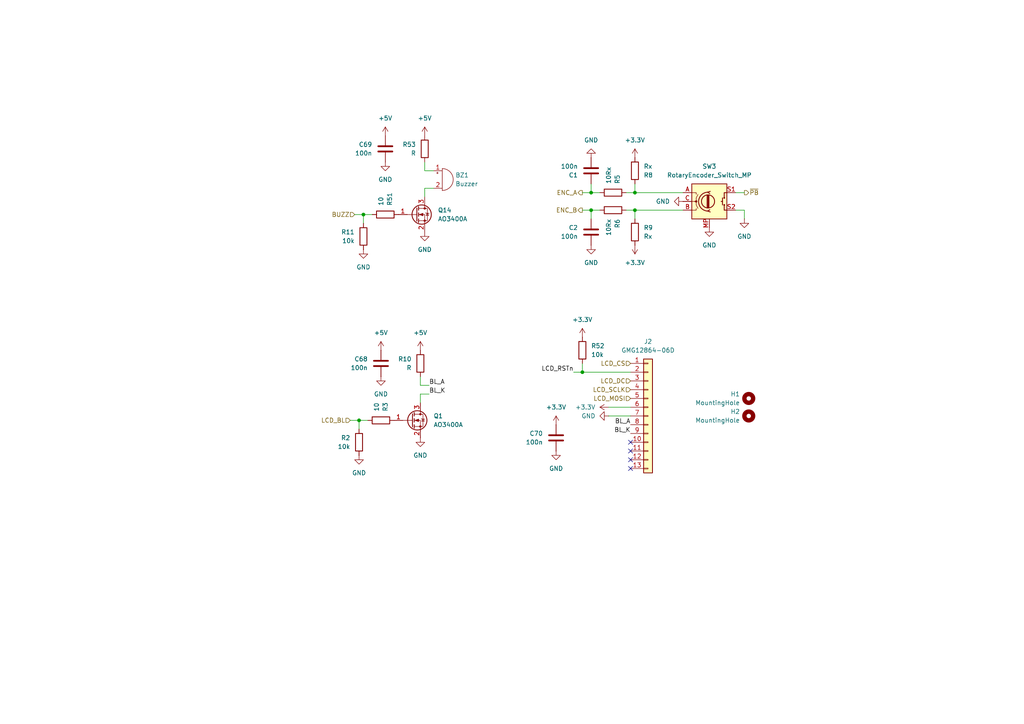
<source format=kicad_sch>
(kicad_sch (version 20250114) (generator "eeschema") (generator_version "9.0")
  (paper "A4")
  (title_block (title "Beerpak") (company "©2024 Luca Anastasio"))
  (lib_symbols
    (symbol "Connector_Generic:Conn_01x13" (pin_names (offset 1.016) (hide yes))
      (property "Reference" "J" (at 0 17.78 0))
      (property "Value" "Conn_01x13" (at 0 -17.78 0))
      (symbol "Conn_01x13_1_1"
        (rectangle (start -1.27 16.51) (end 1.27 -16.51) (stroke (width 0.254)) (fill (type background)))
        (rectangle (start -1.27 15.367) (end 0 15.113) (stroke (width 0.1524)))
        (rectangle (start -1.27 12.827) (end 0 12.573) (stroke (width 0.1524)))
        (rectangle (start -1.27 10.287) (end 0 10.033) (stroke (width 0.1524)))
        (rectangle (start -1.27 7.747) (end 0 7.493) (stroke (width 0.1524)))
        (rectangle (start -1.27 5.207) (end 0 4.953) (stroke (width 0.1524)))
        (rectangle (start -1.27 2.667) (end 0 2.413) (stroke (width 0.1524)))
        (rectangle (start -1.27 0.127) (end 0 -0.127) (stroke (width 0.1524)))
        (rectangle (start -1.27 -2.413) (end 0 -2.667) (stroke (width 0.1524)))
        (rectangle (start -1.27 -4.953) (end 0 -5.207) (stroke (width 0.1524)))
        (rectangle (start -1.27 -7.493) (end 0 -7.747) (stroke (width 0.1524)))
        (rectangle (start -1.27 -10.033) (end 0 -10.287) (stroke (width 0.1524)))
        (rectangle (start -1.27 -12.573) (end 0 -12.827) (stroke (width 0.1524)))
        (rectangle (start -1.27 -15.113) (end 0 -15.367) (stroke (width 0.1524)))
        (pin passive line (at -5.08 15.24 0) (length 3.81) (name "Pin_1") (number "1"))
        (pin passive line (at -5.08 12.7 0) (length 3.81) (name "Pin_2") (number "2"))
        (pin passive line (at -5.08 10.16 0) (length 3.81) (name "Pin_3") (number "3"))
        (pin passive line (at -5.08 7.62 0) (length 3.81) (name "Pin_4") (number "4"))
        (pin passive line (at -5.08 5.08 0) (length 3.81) (name "Pin_5") (number "5"))
        (pin passive line (at -5.08 2.54 0) (length 3.81) (name "Pin_6") (number "6"))
        (pin passive line (at -5.08 0 0) (length 3.81) (name "Pin_7") (number "7"))
        (pin passive line (at -5.08 -2.54 0) (length 3.81) (name "Pin_8") (number "8"))
        (pin passive line (at -5.08 -5.08 0) (length 3.81) (name "Pin_9") (number "9"))
        (pin passive line (at -5.08 -7.62 0) (length 3.81) (name "Pin_10") (number "10"))
        (pin passive line (at -5.08 -10.16 0) (length 3.81) (name "Pin_11") (number "11"))
        (pin passive line (at -5.08 -12.7 0) (length 3.81) (name "Pin_12") (number "12"))
        (pin passive line (at -5.08 -15.24 0) (length 3.81) (name "Pin_13") (number "13"))
      )
    )
    (symbol "Device:Buzzer" (pin_names (offset 0.0254) (hide yes))
      (property "Reference" "BZ" (at 3.81 1.27 0))
      (property "Value" "Buzzer" (at 3.81 -1.27 0))
      (symbol "Buzzer_0_1"
        (polyline (pts (xy -1.651 1.905) (xy -1.143 1.905)))
        (polyline (pts (xy -1.397 2.159) (xy -1.397 1.651)))
        (arc (start 0 3.175) (mid 3.1612 0) (end 0 -3.175))
        (polyline (pts (xy 0 3.175) (xy 0 -3.175)))
      )
      (symbol "Buzzer_1_1"
        (pin passive line (at -2.54 2.54 0) (length 2.54) (name "+") (number "1"))
        (pin passive line (at -2.54 -2.54 0) (length 2.54) (name "-") (number "2"))
      )
    )
    (symbol "Device:C" (pin_numbers (hide yes)) (pin_names (offset 0.254))
      (property "Reference" "C" (at 0.635 2.54 0))
      (property "Value" "C" (at 0.635 -2.54 0))
      (symbol "C_0_1"
        (polyline (pts (xy -2.032 0.762) (xy 2.032 0.762)) (stroke (width 0.508)))
        (polyline (pts (xy -2.032 -0.762) (xy 2.032 -0.762)) (stroke (width 0.508)))
      )
      (symbol "C_1_1"
        (pin passive line (at 0 3.81 270) (length 2.794) (name "~") (number "1"))
        (pin passive line (at 0 -3.81 90) (length 2.794) (name "~") (number "2"))
      )
    )
    (symbol "Device:R" (pin_numbers (hide yes)) (pin_names (offset 0))
      (property "Reference" "R" (at 2.032 0 90))
      (property "Value" "R" (at 0 0 90))
      (symbol "R_0_1"
        (rectangle (start -1.016 -2.54) (end 1.016 2.54) (stroke (width 0.254)))
      )
      (symbol "R_1_1"
        (pin passive line (at 0 3.81 270) (length 1.27) (name "~") (number "1"))
        (pin passive line (at 0 -3.81 90) (length 1.27) (name "~") (number "2"))
      )
    )
    (symbol "Device:RotaryEncoder_Switch_MP" (pin_names (offset 0.254) (hide yes))
      (property "Reference" "SW" (at 0 8.89 0))
      (property "Value" "RotaryEncoder_Switch_MP" (at 0 6.35 0))
      (symbol "RotaryEncoder_Switch_MP_0_1"
        (rectangle (start -5.08 5.08) (end 5.08 -5.08) (stroke (width 0.254)) (fill (type background)))
        (polyline (pts (xy -5.08 2.54) (xy -3.81 2.54) (xy -3.81 2.032)))
        (polyline (pts (xy -5.08 0) (xy -3.81 0) (xy -3.81 -1.016) (xy -3.302 -2.032)))
        (polyline (pts (xy -5.08 -2.54) (xy -3.81 -2.54) (xy -3.81 -2.032)))
        (polyline (pts (xy -4.318 0) (xy -3.81 0) (xy -3.81 1.016) (xy -3.302 2.032)))
        (circle (center -3.81 0) (radius 0.254) (fill (type outline)))
        (polyline (pts (xy -0.635 -1.778) (xy -0.635 1.778)) (stroke (width 0.254)))
        (circle (center -0.381 0) (radius 1.905) (stroke (width 0.254)))
        (polyline (pts (xy -0.381 -1.778) (xy -0.381 1.778)) (stroke (width 0.254)))
        (arc (start -0.381 -2.794) (mid -3.0988 -0.0635) (end -0.381 2.667) (stroke (width 0.254)))
        (polyline (pts (xy -0.127 1.778) (xy -0.127 -1.778)) (stroke (width 0.254)))
        (polyline (pts (xy 0.254 2.921) (xy -0.508 2.667) (xy 0.127 2.286)) (stroke (width 0.254)))
        (polyline (pts (xy 0.254 -3.048) (xy -0.508 -2.794) (xy 0.127 -2.413)) (stroke (width 0.254)))
        (polyline (pts (xy 3.81 1.016) (xy 3.81 -1.016)) (stroke (width 0.254)))
        (polyline (pts (xy 3.81 0) (xy 3.429 0)) (stroke (width 0.254)))
        (circle (center 4.318 1.016) (radius 0.127) (stroke (width 0.254)))
        (circle (center 4.318 -1.016) (radius 0.127) (stroke (width 0.254)))
        (polyline (pts (xy 5.08 2.54) (xy 4.318 2.54) (xy 4.318 1.016)) (stroke (width 0.254)))
        (polyline (pts (xy 5.08 -2.54) (xy 4.318 -2.54) (xy 4.318 -1.016)) (stroke (width 0.254)))
      )
      (symbol "RotaryEncoder_Switch_MP_1_1"
        (pin passive line (at -7.62 2.54 0) (length 2.54) (name "A") (number "A"))
        (pin passive line (at -7.62 0 0) (length 2.54) (name "C") (number "C"))
        (pin passive line (at -7.62 -2.54 0) (length 2.54) (name "B") (number "B"))
        (pin passive line (at 0 -7.62 90) (length 2.54) (name "MP") (number "MP"))
        (pin passive line (at 7.62 2.54 180) (length 2.54) (name "S1") (number "S1"))
        (pin passive line (at 7.62 -2.54 180) (length 2.54) (name "S2") (number "S2"))
      )
    )
    (symbol "Mechanical:MountingHole" (pin_names (offset 1.016)) (exclude_from_sim yes) (in_bom no)
      (property "Reference" "H" (at 0 5.08 0))
      (property "Value" "MountingHole" (at 0 3.175 0))
      (symbol "MountingHole_0_1"
        (circle (center 0 0) (radius 1.27) (stroke (width 1.27)))
      )
    )
    (symbol "Transistor_FET:AO3400A" (pin_names (hide yes))
      (property "Reference" "Q" (at 5.08 1.905 0))
      (property "Value" "AO3400A" (at 5.08 0 0))
      (symbol "AO3400A_0_1"
        (polyline (pts (xy 0.254 1.905) (xy 0.254 -1.905)) (stroke (width 0.254)))
        (polyline (pts (xy 0.254 0) (xy -2.54 0)))
        (polyline (pts (xy 0.762 2.286) (xy 0.762 1.27)) (stroke (width 0.254)))
        (polyline (pts (xy 0.762 0.508) (xy 0.762 -0.508)) (stroke (width 0.254)))
        (polyline (pts (xy 0.762 -1.27) (xy 0.762 -2.286)) (stroke (width 0.254)))
        (polyline (pts (xy 0.762 -1.778) (xy 3.302 -1.778) (xy 3.302 1.778) (xy 0.762 1.778)))
        (polyline (pts (xy 1.016 0) (xy 2.032 0.381) (xy 2.032 -0.381) (xy 1.016 0)) (fill (type outline)))
        (circle (center 1.651 0) (radius 2.794) (stroke (width 0.254)))
        (polyline (pts (xy 2.54 2.54) (xy 2.54 1.778)))
        (circle (center 2.54 1.778) (radius 0.254) (fill (type outline)))
        (circle (center 2.54 -1.778) (radius 0.254) (fill (type outline)))
        (polyline (pts (xy 2.54 -2.54) (xy 2.54 0) (xy 0.762 0)))
        (polyline (pts (xy 2.794 0.508) (xy 2.921 0.381) (xy 3.683 0.381) (xy 3.81 0.254)))
        (polyline (pts (xy 3.302 0.381) (xy 2.921 -0.254) (xy 3.683 -0.254) (xy 3.302 0.381)))
      )
      (symbol "AO3400A_1_1"
        (pin input line (at -5.08 0 0) (length 2.54) (name "G") (number "1"))
        (pin passive line (at 2.54 5.08 270) (length 2.54) (name "D") (number "3"))
        (pin passive line (at 2.54 -5.08 90) (length 2.54) (name "S") (number "2"))
      )
    )
    (symbol "power:+3.3V" (power) (pin_numbers (hide yes)) (pin_names (offset 0) (hide yes))
      (property "Value" "+3.3V" (at 0 3.556 0))
      (symbol "+3.3V_0_1"
        (polyline (pts (xy -0.762 1.27) (xy 0 2.54)))
        (polyline (pts (xy 0 2.54) (xy 0.762 1.27)))
        (polyline (pts (xy 0 0) (xy 0 2.54)))
      )
      (symbol "+3.3V_1_1"
        (pin power_in line (at 0 0 90) (length 0) (name "~") (number "1"))
      )
    )
    (symbol "power:+5V" (power) (pin_numbers (hide yes)) (pin_names (offset 0) (hide yes))
      (property "Value" "+5V" (at 0 3.556 0))
      (symbol "+5V_0_1"
        (polyline (pts (xy -0.762 1.27) (xy 0 2.54)))
        (polyline (pts (xy 0 2.54) (xy 0.762 1.27)))
        (polyline (pts (xy 0 0) (xy 0 2.54)))
      )
      (symbol "+5V_1_1"
        (pin power_in line (at 0 0 90) (length 0) (name "~") (number "1"))
      )
    )
    (symbol "power:GND" (power) (pin_numbers (hide yes)) (pin_names (offset 0) (hide yes))
      (property "Value" "GND" (at 0 -3.81 0))
      (symbol "GND_0_1"
        (polyline (pts (xy 0 0) (xy 0 -1.27) (xy 1.27 -1.27) (xy 0 -2.54) (xy -1.27 -1.27) (xy 0 -1.27)))
      )
      (symbol "GND_1_1"
        (pin power_in line (at 0 0 270) (length 0) (name "~") (number "1"))
      )
    )
  )
  (junction (at 171.45 60.96))
  (junction (at 168.91 107.95))
  (junction (at 184.15 55.88))
  (junction (at 184.15 60.96))
  (junction (at 105.41 62.23))
  (junction (at 171.45 55.88))
  (junction (at 104.14 121.92))
  (no_connect (at 182.88 130.81))
  (no_connect (at 182.88 135.89))
  (no_connect (at 182.88 133.35))
  (no_connect (at 182.88 128.27))
  (wire (pts (xy 181.61 60.96) (xy 184.15 60.96)))
  (wire (pts (xy 125.73 54.61) (xy 123.19 54.61)))
  (wire (pts (xy 121.92 111.76) (xy 124.46 111.76)))
  (wire (pts (xy 101.6 121.92) (xy 104.14 121.92)))
  (wire (pts (xy 104.14 121.92) (xy 106.68 121.92)))
  (wire (pts (xy 123.19 54.61) (xy 123.19 57.15)))
  (wire (pts (xy 181.61 55.88) (xy 184.15 55.88)))
  (wire (pts (xy 184.15 63.5) (xy 184.15 60.96)))
  (wire (pts (xy 123.19 46.99) (xy 123.19 49.53)))
  (wire (pts (xy 171.45 55.88) (xy 168.91 55.88)))
  (wire (pts (xy 168.91 107.95) (xy 166.37 107.95)))
  (wire (pts (xy 102.87 62.23) (xy 105.41 62.23)))
  (wire (pts (xy 121.92 109.22) (xy 121.92 111.76)))
  (wire (pts (xy 182.88 107.95) (xy 168.91 107.95)))
  (wire (pts (xy 171.45 55.88) (xy 171.45 53.34)))
  (wire (pts (xy 184.15 55.88) (xy 198.12 55.88)))
  (wire (pts (xy 168.91 105.41) (xy 168.91 107.95)))
  (wire (pts (xy 171.45 60.96) (xy 171.45 63.5)))
  (wire (pts (xy 105.41 62.23) (xy 107.95 62.23)))
  (wire (pts (xy 171.45 60.96) (xy 168.91 60.96)))
  (wire (pts (xy 123.19 49.53) (xy 125.73 49.53)))
  (wire (pts (xy 173.99 55.88) (xy 171.45 55.88)))
  (wire (pts (xy 176.53 120.65) (xy 182.88 120.65)))
  (wire (pts (xy 173.99 60.96) (xy 171.45 60.96)))
  (wire (pts (xy 121.92 116.84) (xy 121.92 114.3)))
  (wire (pts (xy 176.53 118.11) (xy 182.88 118.11)))
  (wire (pts (xy 121.92 114.3) (xy 124.46 114.3)))
  (wire (pts (xy 213.36 55.88) (xy 215.9 55.88)))
  (wire (pts (xy 184.15 53.34) (xy 184.15 55.88)))
  (wire (pts (xy 184.15 60.96) (xy 198.12 60.96)))
  (wire (pts (xy 105.41 62.23) (xy 105.41 64.77)))
  (wire (pts (xy 104.14 121.92) (xy 104.14 124.46)))
  (wire (pts (xy 215.9 60.96) (xy 213.36 60.96)))
  (wire (pts (xy 215.9 63.5) (xy 215.9 60.96)))
  (label "LCD_RSTn" (at 166.37 107.95 180))
  (label "BL_K" (at 124.46 114.3 0))
  (label "BL_A" (at 182.88 123.19 180))
  (label "BL_K" (at 182.88 125.73 180))
  (label "BL_A" (at 124.46 111.76 0))
  (hierarchical_label "ENC_A" (shape output) (at 168.91 55.88 180))
  (hierarchical_label "LCD_MOSI" (shape input) (at 182.88 115.57 180))
  (hierarchical_label "LCD_SCLK" (shape input) (at 182.88 113.03 180))
  (hierarchical_label "ENC_B" (shape output) (at 168.91 60.96 180))
  (hierarchical_label "LCD_DC" (shape input) (at 182.88 110.49 180))
  (hierarchical_label "LCD_BL" (shape input) (at 101.6 121.92 180))
  (hierarchical_label "~{PB}" (shape output) (at 215.9 55.88 0))
  (hierarchical_label "BUZZ" (shape input) (at 102.87 62.23 180))
  (hierarchical_label "LCD_CS" (shape input) (at 182.88 105.41 180))
  (symbol (lib_id "power:+3.3V") (at 161.29 123.19 0) (mirror y) (unit 1)
    (property "Reference" "#PWR0224" (effects (hide yes)))
    (property "Value" "+3.3V" (at 161.29 118.11 0))
    (property "Description" "Power symbol creates a global label with name \"+3.3V\"" (effects (hide yes)))
  )
  (symbol (lib_id "Device:RotaryEncoder_Switch_MP") (at 205.74 58.42 0) (unit 1)
    (property "Reference" "SW3" (at 205.74 48.26 0))
    (property "Value" "RotaryEncoder_Switch_MP" (at 205.74 50.8 0))
    (property "Footprint" "portabeer:RotaryEncoder_Alps_EC11E-Switch_Vertical_H20mm" (effects (hide yes)))
    (property "Description" "Rotary encoder, dual channel, incremental quadrate outputs, with switch and MP Pin" (effects (hide yes)))
  )
  (symbol (lib_id "power:+5V") (at 121.92 101.6 0) (unit 1)
    (property "Reference" "#PWR012" (effects (hide yes)))
    (property "Value" "+5V" (at 121.92 96.52 0))
    (property "Description" "Power symbol creates a global label with name \"+5V\"" (effects (hide yes)))
  )
  (symbol (lib_id "Device:C") (at 171.45 67.31 0) (mirror y) (unit 1)
    (property "Reference" "C2" (at 167.64 66.0399 0) (effects (justify left)))
    (property "Value" "100n" (at 167.64 68.5799 0) (effects (justify left)))
    (property "Footprint" "Capacitor_SMD:C_0603_1608Metric" (effects (hide yes)))
    (property "Description" "Unpolarized capacitor" (effects (hide yes)))
  )
  (symbol (lib_id "power:GND") (at 161.29 130.81 0) (unit 1)
    (property "Reference" "#PWR0221" (effects (hide yes)))
    (property "Value" "GND" (at 161.29 135.89 0))
    (property "Description" "Power symbol creates a global label with name \"GND\" , ground" (effects (hide yes)))
  )
  (symbol (lib_id "Device:Buzzer") (at 128.27 52.07 0) (unit 1)
    (property "Reference" "BZ1" (at 132.08 50.7999 0) (effects (justify left)))
    (property "Value" "Buzzer" (at 132.08 53.3399 0) (effects (justify left)))
    (property "Footprint" "Buzzer_Beeper:MagneticBuzzer_CUI_CST-931RP-A" (effects (hide yes)))
    (property "Description" "Buzzer, polarized" (effects (hide yes)))
  )
  (symbol (lib_id "Device:R") (at 110.49 121.92 90) (mirror x) (unit 1)
    (property "Reference" "R3" (at 111.7601 119.38 0) (effects (justify right)))
    (property "Value" "10" (at 109.2201 119.38 0) (effects (justify right)))
    (property "Footprint" "Resistor_SMD:R_0603_1608Metric" (effects (hide yes)))
    (property "Description" "Resistor" (effects (hide yes)))
  )
  (symbol (lib_id "power:+5V") (at 111.76 39.37 0) (unit 1)
    (property "Reference" "#PWR0219" (effects (hide yes)))
    (property "Value" "+5V" (at 111.76 34.29 0))
    (property "Description" "Power symbol creates a global label with name \"+5V\"" (effects (hide yes)))
  )
  (symbol (lib_id "power:GND") (at 171.45 71.12 0) (unit 1)
    (property "Reference" "#PWR07" (effects (hide yes)))
    (property "Value" "GND" (at 171.45 76.2 0))
    (property "Description" "Power symbol creates a global label with name \"GND\" , ground" (effects (hide yes)))
  )
  (symbol (lib_id "Connector_Generic:Conn_01x13") (at 187.96 120.65 0) (unit 1)
    (property "Reference" "J2" (at 187.96 99.06 0))
    (property "Value" "GMG12864-06D" (at 187.96 101.6 0))
    (property "Footprint" "portabeer:GMG12864-06D" (effects (hide yes)))
    (property "Description" "Generic connector, single row, 01x13, script generated (kicad-library-utils/schlib/autogen/connector/)" (effects (hide yes)))
  )
  (symbol (lib_id "Device:R") (at 184.15 67.31 180) (unit 1)
    (property "Reference" "R9" (at 186.69 66.0399 0) (effects (justify right)))
    (property "Value" "Rx" (at 186.69 68.5799 0) (effects (justify right)))
    (property "Footprint" "Resistor_SMD:R_0603_1608Metric" (effects (hide yes)))
    (property "Description" "Resistor" (effects (hide yes)))
  )
  (symbol (lib_id "power:GND") (at 123.19 67.31 0) (unit 1)
    (property "Reference" "#PWR0204" (effects (hide yes)))
    (property "Value" "GND" (at 123.19 72.39 0))
    (property "Description" "Power symbol creates a global label with name \"GND\" , ground" (effects (hide yes)))
  )
  (symbol (lib_id "Mechanical:MountingHole") (at 217.17 120.65 0) (mirror y) (unit 1) (exclude_from_sim yes) (in_bom no)
    (property "Reference" "H2" (at 214.63 119.3799 0) (effects (justify left)))
    (property "Value" "MountingHole" (at 214.63 121.9199 0) (effects (justify left)))
    (property "Footprint" "MountingHole:MountingHole_2.7mm_M2.5" (effects (hide yes)))
    (property "Description" "Mounting Hole without connection" (effects (hide yes)))
  )
  (symbol (lib_id "Device:R") (at 105.41 68.58 0) (mirror x) (unit 1)
    (property "Reference" "R11" (at 102.87 67.3099 0) (effects (justify right)))
    (property "Value" "10k" (at 102.87 69.8499 0) (effects (justify right)))
    (property "Footprint" "Resistor_SMD:R_0603_1608Metric" (effects (hide yes)))
    (property "Description" "Resistor" (effects (hide yes)))
  )
  (symbol (lib_id "Device:C") (at 111.76 43.18 0) (mirror y) (unit 1)
    (property "Reference" "C69" (at 107.95 41.9099 0) (effects (justify left)))
    (property "Value" "100n" (at 107.95 44.4499 0) (effects (justify left)))
    (property "Footprint" "Capacitor_SMD:C_0603_1608Metric" (effects (hide yes)))
    (property "Description" "Unpolarized capacitor" (effects (hide yes)))
  )
  (symbol (lib_id "Device:C") (at 161.29 127 0) (mirror y) (unit 1)
    (property "Reference" "C70" (at 157.48 125.7299 0) (effects (justify left)))
    (property "Value" "100n" (at 157.48 128.2699 0) (effects (justify left)))
    (property "Footprint" "Capacitor_SMD:C_0603_1608Metric" (effects (hide yes)))
    (property "Description" "Unpolarized capacitor" (effects (hide yes)))
  )
  (symbol (lib_id "power:+3.3V") (at 184.15 45.72 0) (unit 1)
    (property "Reference" "#PWR08" (effects (hide yes)))
    (property "Value" "+3.3V" (at 184.15 40.64 0))
    (property "Description" "Power symbol creates a global label with name \"+3.3V\"" (effects (hide yes)))
  )
  (symbol (lib_id "Mechanical:MountingHole") (at 217.17 115.57 0) (mirror y) (unit 1) (exclude_from_sim yes) (in_bom no)
    (property "Reference" "H1" (at 214.63 114.2999 0) (effects (justify left)))
    (property "Value" "MountingHole" (at 214.63 116.8399 0) (effects (justify left)))
    (property "Footprint" "MountingHole:MountingHole_2.7mm_M2.5" (effects (hide yes)))
    (property "Description" "Mounting Hole without connection" (effects (hide yes)))
  )
  (symbol (lib_id "power:+3.3V") (at 184.15 71.12 0) (mirror x) (unit 1)
    (property "Reference" "#PWR011" (effects (hide yes)))
    (property "Value" "+3.3V" (at 184.15 76.2 0))
    (property "Description" "Power symbol creates a global label with name \"+3.3V\"" (effects (hide yes)))
  )
  (symbol (lib_id "Device:C") (at 171.45 49.53 180) (unit 1)
    (property "Reference" "C1" (at 167.64 50.8001 0) (effects (justify left)))
    (property "Value" "100n" (at 167.64 48.2601 0) (effects (justify left)))
    (property "Footprint" "Capacitor_SMD:C_0603_1608Metric" (effects (hide yes)))
    (property "Description" "Unpolarized capacitor" (effects (hide yes)))
  )
  (symbol (lib_id "power:GND") (at 110.49 109.22 0) (unit 1)
    (property "Reference" "#PWR0216" (effects (hide yes)))
    (property "Value" "GND" (at 110.49 114.3 0))
    (property "Description" "Power symbol creates a global label with name \"GND\" , ground" (effects (hide yes)))
  )
  (symbol (lib_id "power:GND") (at 121.92 127 0) (unit 1)
    (property "Reference" "#PWR015" (effects (hide yes)))
    (property "Value" "GND" (at 121.92 132.08 0))
    (property "Description" "Power symbol creates a global label with name \"GND\" , ground" (effects (hide yes)))
  )
  (symbol (lib_id "Device:R") (at 177.8 60.96 90) (unit 1)
    (property "Reference" "R6" (at 179.0701 63.5 0) (effects (justify right)))
    (property "Value" "10Rx" (at 176.5301 63.5 0) (effects (justify right)))
    (property "Footprint" "Resistor_SMD:R_0603_1608Metric" (effects (hide yes)))
    (property "Description" "Resistor" (effects (hide yes)))
  )
  (symbol (lib_id "power:GND") (at 198.12 58.42 270) (unit 1)
    (property "Reference" "#PWR019" (effects (hide yes)))
    (property "Value" "GND" (at 194.31 58.4199 90) (effects (justify right)))
    (property "Description" "Power symbol creates a global label with name \"GND\" , ground" (effects (hide yes)))
  )
  (symbol (lib_id "power:GND") (at 205.74 66.04 0) (unit 1)
    (property "Reference" "#PWR020" (effects (hide yes)))
    (property "Value" "GND" (at 205.74 71.12 0))
    (property "Description" "Power symbol creates a global label with name \"GND\" , ground" (effects (hide yes)))
  )
  (symbol (lib_id "Transistor_FET:AO3400A") (at 119.38 121.92 0) (unit 1)
    (property "Reference" "Q1" (at 125.73 120.6499 0) (effects (justify left)))
    (property "Value" "AO3400A" (at 125.73 123.1899 0) (effects (justify left)))
    (property "Footprint" "Package_TO_SOT_SMD:SOT-23" (effects (hide yes)))
    (property "Datasheet" "http://www.aosmd.com/pdfs/datasheet/AO3400A.pdf" (effects (hide yes)))
    (property "Description" "30V Vds, 5.7A Id, N-Channel MOSFET, SOT-23" (effects (hide yes)))
  )
  (symbol (lib_id "power:GND") (at 104.14 132.08 0) (unit 1)
    (property "Reference" "#PWR04" (effects (hide yes)))
    (property "Value" "GND" (at 104.14 137.16 0))
    (property "Description" "Power symbol creates a global label with name \"GND\" , ground" (effects (hide yes)))
  )
  (symbol (lib_id "power:+3.3V") (at 168.91 97.79 0) (mirror y) (unit 1)
    (property "Reference" "#PWR0202" (effects (hide yes)))
    (property "Value" "+3.3V" (at 168.91 92.71 0))
    (property "Description" "Power symbol creates a global label with name \"+3.3V\"" (effects (hide yes)))
  )
  (symbol (lib_id "power:GND") (at 215.9 63.5 0) (unit 1)
    (property "Reference" "#PWR024" (effects (hide yes)))
    (property "Value" "GND" (at 215.9 68.58 0))
    (property "Description" "Power symbol creates a global label with name \"GND\" , ground" (effects (hide yes)))
  )
  (symbol (lib_id "Device:R") (at 104.14 128.27 0) (mirror x) (unit 1)
    (property "Reference" "R2" (at 101.6 126.9999 0) (effects (justify right)))
    (property "Value" "10k" (at 101.6 129.5399 0) (effects (justify right)))
    (property "Footprint" "Resistor_SMD:R_0603_1608Metric" (effects (hide yes)))
    (property "Description" "Resistor" (effects (hide yes)))
  )
  (symbol (lib_id "Device:C") (at 110.49 105.41 0) (mirror y) (unit 1)
    (property "Reference" "C68" (at 106.68 104.1399 0) (effects (justify left)))
    (property "Value" "100n" (at 106.68 106.6799 0) (effects (justify left)))
    (property "Footprint" "Capacitor_SMD:C_0603_1608Metric" (effects (hide yes)))
    (property "Description" "Unpolarized capacitor" (effects (hide yes)))
  )
  (symbol (lib_id "Device:R") (at 184.15 49.53 0) (mirror y) (unit 1)
    (property "Reference" "R8" (at 186.69 50.8001 0) (effects (justify right)))
    (property "Value" "Rx" (at 186.69 48.2601 0) (effects (justify right)))
    (property "Footprint" "Resistor_SMD:R_0603_1608Metric" (effects (hide yes)))
    (property "Description" "Resistor" (effects (hide yes)))
  )
  (symbol (lib_id "Transistor_FET:AO3400A") (at 120.65 62.23 0) (unit 1)
    (property "Reference" "Q14" (at 127 60.9599 0) (effects (justify left)))
    (property "Value" "AO3400A" (at 127 63.4999 0) (effects (justify left)))
    (property "Footprint" "Package_TO_SOT_SMD:SOT-23" (effects (hide yes)))
    (property "Datasheet" "http://www.aosmd.com/pdfs/datasheet/AO3400A.pdf" (effects (hide yes)))
    (property "Description" "30V Vds, 5.7A Id, N-Channel MOSFET, SOT-23" (effects (hide yes)))
  )
  (symbol (lib_id "Device:R") (at 168.91 101.6 180) (unit 1)
    (property "Reference" "R52" (at 171.45 100.3299 0) (effects (justify right)))
    (property "Value" "10k" (at 171.45 102.8699 0) (effects (justify right)))
    (property "Footprint" "Resistor_SMD:R_0603_1608Metric" (effects (hide yes)))
    (property "Description" "Resistor" (effects (hide yes)))
  )
  (symbol (lib_id "Device:R") (at 177.8 55.88 90) (mirror x) (unit 1)
    (property "Reference" "R5" (at 179.0701 53.34 0) (effects (justify right)))
    (property "Value" "10Rx" (at 176.5301 53.34 0) (effects (justify right)))
    (property "Footprint" "Resistor_SMD:R_0603_1608Metric" (effects (hide yes)))
    (property "Description" "Resistor" (effects (hide yes)))
  )
  (symbol (lib_id "Device:R") (at 123.19 43.18 0) (mirror x) (unit 1)
    (property "Reference" "R53" (at 120.65 41.9099 0) (effects (justify right)))
    (property "Value" "R" (at 120.65 44.4499 0) (effects (justify right)))
    (property "Footprint" "Resistor_SMD:R_0805_2012Metric" (effects (hide yes)))
    (property "Description" "Resistor" (effects (hide yes)))
  )
  (symbol (lib_id "Device:R") (at 111.76 62.23 90) (mirror x) (unit 1)
    (property "Reference" "R51" (at 113.0301 59.69 0) (effects (justify right)))
    (property "Value" "10" (at 110.4901 59.69 0) (effects (justify right)))
    (property "Footprint" "Resistor_SMD:R_0603_1608Metric" (effects (hide yes)))
    (property "Description" "Resistor" (effects (hide yes)))
  )
  (symbol (lib_id "power:GND") (at 111.76 46.99 0) (unit 1)
    (property "Reference" "#PWR0220" (effects (hide yes)))
    (property "Value" "GND" (at 111.76 52.07 0))
    (property "Description" "Power symbol creates a global label with name \"GND\" , ground" (effects (hide yes)))
  )
  (symbol (lib_id "power:+5V") (at 123.19 39.37 0) (unit 1)
    (property "Reference" "#PWR0203" (effects (hide yes)))
    (property "Value" "+5V" (at 123.19 34.29 0))
    (property "Description" "Power symbol creates a global label with name \"+5V\"" (effects (hide yes)))
  )
  (symbol (lib_id "Device:R") (at 121.92 105.41 0) (mirror x) (unit 1)
    (property "Reference" "R10" (at 119.38 104.1399 0) (effects (justify right)))
    (property "Value" "R" (at 119.38 106.6799 0) (effects (justify right)))
    (property "Footprint" "Resistor_SMD:R_0805_2012Metric" (effects (hide yes)))
    (property "Description" "Resistor" (effects (hide yes)))
  )
  (symbol (lib_id "power:+3.3V") (at 176.53 118.11 90) (mirror x) (unit 1)
    (property "Reference" "#PWR025" (effects (hide yes)))
    (property "Value" "+3.3V" (at 172.72 118.1099 90) (effects (justify left)))
    (property "Description" "Power symbol creates a global label with name \"+3.3V\"" (effects (hide yes)))
  )
  (symbol (lib_id "power:+5V") (at 110.49 101.6 0) (unit 1)
    (property "Reference" "#PWR0218" (effects (hide yes)))
    (property "Value" "+5V" (at 110.49 96.52 0))
    (property "Description" "Power symbol creates a global label with name \"+5V\"" (effects (hide yes)))
  )
  (symbol (lib_id "power:GND") (at 171.45 45.72 0) (mirror x) (unit 1)
    (property "Reference" "#PWR05" (effects (hide yes)))
    (property "Value" "GND" (at 171.45 40.64 0))
    (property "Description" "Power symbol creates a global label with name \"GND\" , ground" (effects (hide yes)))
  )
  (symbol (lib_id "power:GND") (at 176.53 120.65 270) (mirror x) (unit 1)
    (property "Reference" "#PWR028" (effects (hide yes)))
    (property "Value" "GND" (at 172.72 120.6499 90) (effects (justify right)))
    (property "Description" "Power symbol creates a global label with name \"GND\" , ground" (effects (hide yes)))
  )
  (symbol (lib_id "power:GND") (at 105.41 72.39 0) (unit 1)
    (property "Reference" "#PWR021" (effects (hide yes)))
    (property "Value" "GND" (at 105.41 77.47 0))
    (property "Description" "Power symbol creates a global label with name \"GND\" , ground" (effects (hide yes)))
  )
)
</source>
